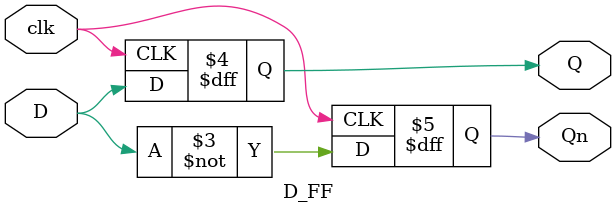
<source format=v>
/*******************************************************************************

-- File Type:    Verilog HDL 
-- Tool Version: VHDL2verilog 19.00c
-- Input file was: D_FF.vhd
-- Command line was: /home/rissun57/Downloads/synapticad-19.00c-x64-full-linux/synapticad-19.00c-x64/bin/x86_64/vhdl2verilog.bin D_FF.vhd
-- Date Created: Sat Feb  7 22:36:42 2026

*******************************************************************************/

`define false 1'b 0
`define FALSE 1'b 0
`define true 1'b 1
`define TRUE 1'b 1

`timescale 1 ns / 1 ns // timescale for following modules


module D_FF (
   clk,
   D,
   Q,
   Qn);
 

input   clk; 
input   D; 
output   Q; 
output   Qn; 

reg     Q; 
reg     Qn; 


always @(posedge clk)
   begin : D_FLIPFLOP
   if (clk === 1'b 1)
      begin
      Q <= D;   
      Qn <= ~D;   
      end
   end


endmodule // module D_FF


</source>
